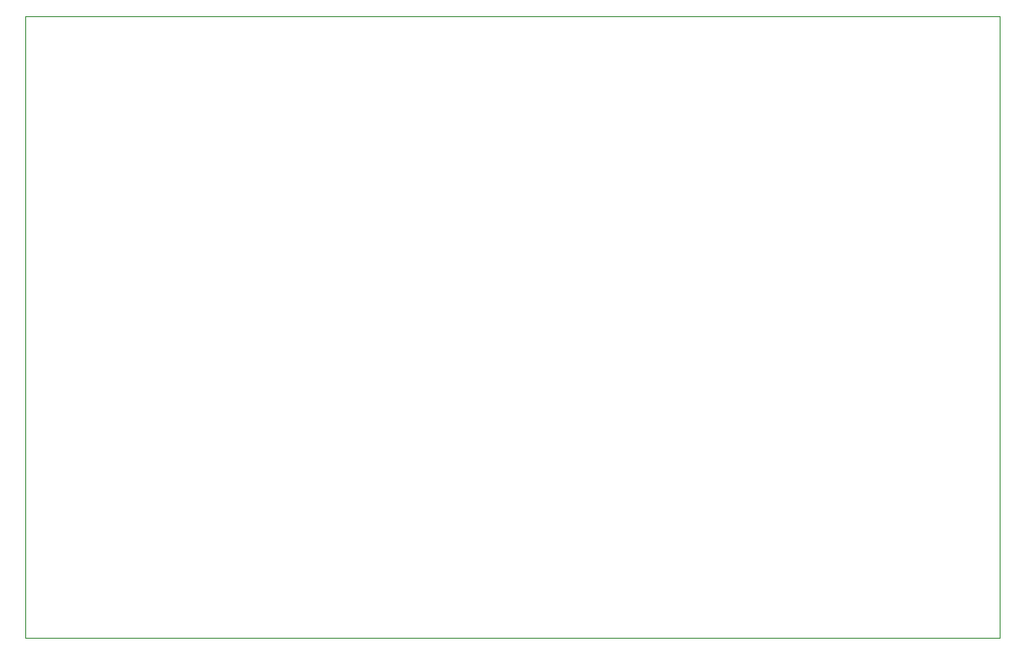
<source format=gm1>
%TF.GenerationSoftware,KiCad,Pcbnew,(6.0.0)*%
%TF.CreationDate,2022-03-13T19:40:46-04:00*%
%TF.ProjectId,TIB-Clone,5449422d-436c-46f6-9e65-2e6b69636164,rev?*%
%TF.SameCoordinates,Original*%
%TF.FileFunction,Profile,NP*%
%FSLAX46Y46*%
G04 Gerber Fmt 4.6, Leading zero omitted, Abs format (unit mm)*
G04 Created by KiCad (PCBNEW (6.0.0)) date 2022-03-13 19:40:46*
%MOMM*%
%LPD*%
G01*
G04 APERTURE LIST*
%TA.AperFunction,Profile*%
%ADD10C,0.100000*%
%TD*%
G04 APERTURE END LIST*
D10*
X221102500Y-47077500D02*
X129672500Y-47077500D01*
X129672500Y-105497500D02*
X221102500Y-105497500D01*
X129672500Y-47077500D02*
X129672500Y-105497500D01*
X221102500Y-105497500D02*
X221102500Y-47077500D01*
M02*

</source>
